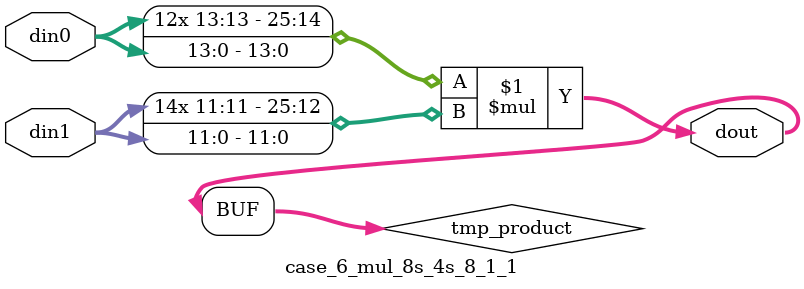
<source format=v>

`timescale 1 ns / 1 ps

 module case_6_mul_8s_4s_8_1_1(din0, din1, dout);
parameter ID = 1;
parameter NUM_STAGE = 0;
parameter din0_WIDTH = 14;
parameter din1_WIDTH = 12;
parameter dout_WIDTH = 26;

input [din0_WIDTH - 1 : 0] din0; 
input [din1_WIDTH - 1 : 0] din1; 
output [dout_WIDTH - 1 : 0] dout;

wire signed [dout_WIDTH - 1 : 0] tmp_product;



























assign tmp_product = $signed(din0) * $signed(din1);








assign dout = tmp_product;





















endmodule

</source>
